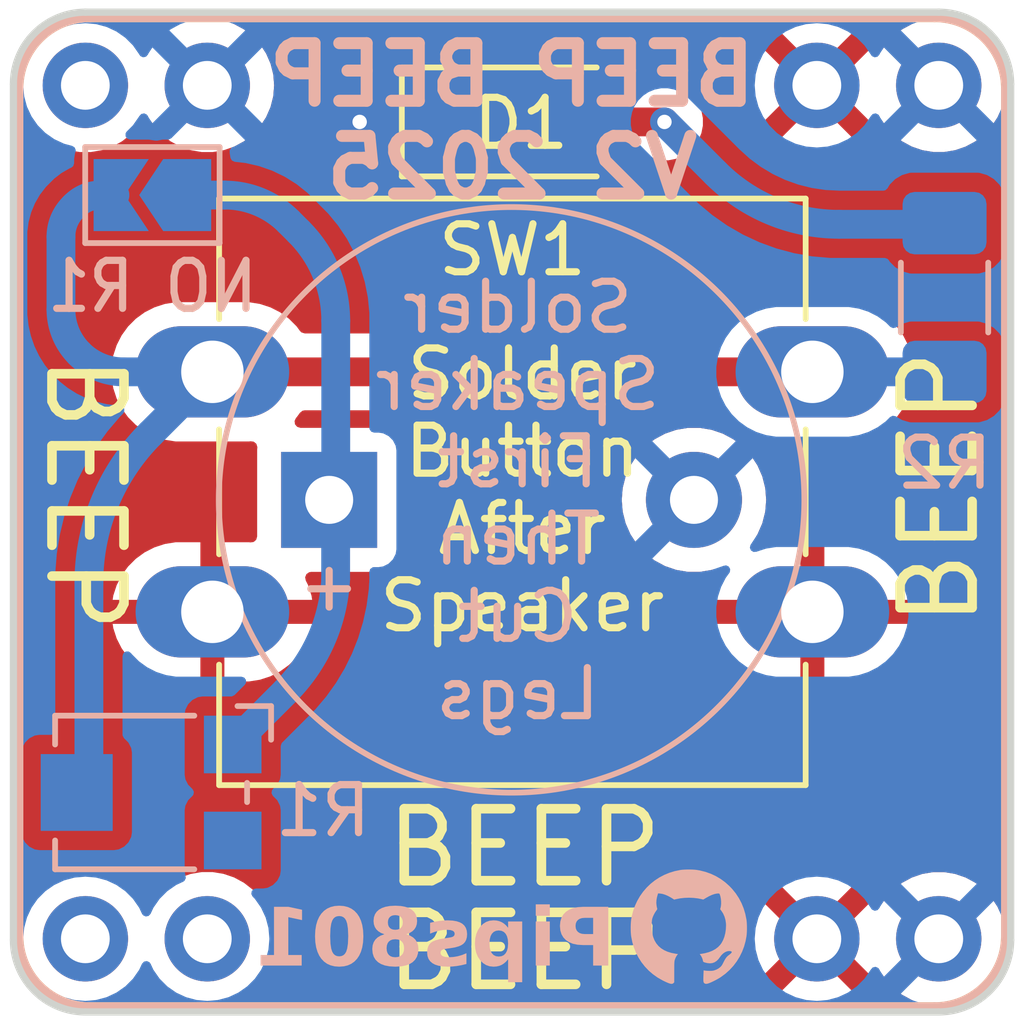
<source format=kicad_pcb>
(kicad_pcb (version 20240108) (generator "pcbnew") (generator_version "8.0")
  (title_block (rev "V2"))
  (layers (0 "F.Cu" signal) (31 "B.Cu" signal) (34 "B.Paste" user) (35 "F.Paste" user) (36 "B.SilkS" user "B.Silkscreen") (37 "F.SilkS" user "F.Silkscreen") (38 "B.Mask" user) (39 "F.Mask" user) (44 "Edge.Cuts" user))
  (net 0 "")
  (net 1 "GND-")
  (net 2 "Net-(D1-A)")
  (net 3 "Net-(JP1-B)")
  (net 4 "CLK")
  (net 6 "3V3+")
  (net 7 "5V+")
  (net 8 "Net-(JP1-A)")
  (footprint "minibadge_kicad:SAINTCON-Minibadge-Simple" (layer "F.Cu") (at 133.35 87.63)
    (property "Reference" "MB1" (hide yes))
    (property "Value" "Minibadge")
    (fp_line (start -0.2286 19.074) (end -0.2286 1.246) (stroke (width 0.15)) (layer "Edge.Cuts"))
    (fp_line (start 1.2714 -0.254) (end 19.0486 -0.254) (stroke (width 0.15)) (layer "Edge.Cuts"))
    (fp_line (start 19.0486 20.574) (end 1.2714 20.574) (stroke (width 0.15)) (layer "Edge.Cuts"))
    (fp_line (start 20.5486 1.246) (end 20.5486 19.074) (stroke (width 0.15)) (layer "Edge.Cuts"))
    (fp_arc (start -0.2286 1.246) (mid 0.21074 0.18534) (end 1.2714 -0.254) (stroke (width 0.15)) (layer "Edge.Cuts"))
    (fp_arc (start 1.2714 20.574) (mid 0.21074 20.13466) (end -0.2286 19.074) (stroke (width 0.15)) (layer "Edge.Cuts"))
    (fp_arc (start 19.0486 -0.254) (mid 20.10926 0.18534) (end 20.5486 1.246) (stroke (width 0.15)) (layer "Edge.Cuts"))
    (fp_arc (start 20.5486 19.074) (mid 20.10926 20.13466) (end 19.0486 20.574) (stroke (width 0.15)) (layer "Edge.Cuts"))
    (pad "1" thru_hole circle (at 1.27 1.27 90) (size 1.778 1.778) (drill 1.016) (layers "*.Cu" "*.Mask") (net 7 "5V+"))
    (pad "2" thru_hole circle (at 3.81 1.27 90) (size 1.778 1.778) (drill 1.016) (layers "*.Cu" "*.Mask") (net 1 "GND-"))
    (pad "7" thru_hole circle (at 16.51 1.27 90) (size 1.778 1.778) (drill 1.016) (layers "*.Cu" "*.Mask") (net 6 "3V3+"))
    (pad "8" thru_hole circle (at 19.05 1.27 90) (size 1.778 1.778) (drill 1.016) (layers "*.Cu" "*.Mask") (net 1 "GND-"))
    (pad "9" thru_hole circle (at 1.27 19.05 90) (size 1.778 1.778) (drill 1.016) (layers "*.Cu" "*.Mask") (net 4 "CLK"))
    (pad "10" thru_hole circle (at 3.81 19.05 90) (size 1.778 1.778) (drill 1.016) (layers "*.Cu" "*.Mask"))
    (pad "15" thru_hole circle (at 16.51 19.05 90) (size 1.778 1.778) (drill 1.016) (layers "*.Cu" "*.Mask") (net 6 "3V3+"))
    (pad "16" thru_hole circle (at 19.05 19.05 90) (size 1.778 1.778) (drill 1.016) (layers "*.Cu" "*.Mask") (net 1 "GND-"))
  )
  (footprint "LED_SMD:LED_1206_3216Metric_Pad1.42x1.75mm_HandSolder" (layer "F.Cu") (at 143.6735 89.662)
    (property "Reference" "D1" (at 0.023504 0.032491 0) (layer "F.SilkS"))
    (property "Value" "LED")
    (fp_line (start -2.46 -1.135) (end -2.46 1.135) (stroke (width 0.12)) (layer "F.SilkS"))
    (fp_line (start -2.46 1.135) (end 1.6 1.135) (stroke (width 0.12)) (layer "F.SilkS"))
    (fp_line (start 1.6 -1.135) (end -2.46 -1.135) (stroke (width 0.12)) (layer "F.SilkS"))
    (pad "1" smd roundrect (at -1.4875 0) (size 1.425 1.75) (layers "F.Cu" "F.Paste" "F.Mask") (roundrect_rratio 0.175439) (net 1 "GND-"))
    (pad "2" smd roundrect (at 1.4875 0) (size 1.425 1.75) (layers "F.Cu" "F.Paste" "F.Mask") (roundrect_rratio 0.175439) (net 2 "Net-(D1-A)"))
  )
  (footprint "Button_Switch_THT:SW_PUSH-12mm" (layer "F.Cu") (at 137.267 94.869)
    (property "Reference" "SW1" (at 6.25 -2.54 0) (layer "F.SilkS"))
    (property "Value" "SW_Push")
    (fp_line (start 0.14 -3.61) (end 0.14 -1.1) (stroke (width 0.12)) (layer "F.SilkS"))
    (fp_line (start 0.14 -3.61) (end 12.36 -3.61) (stroke (width 0.12)) (layer "F.SilkS"))
    (fp_line (start 0.14 1.2) (end 0.14 3.8) (stroke (width 0.12)) (layer "F.SilkS"))
    (fp_line (start 0.14 6.1) (end 0.14 8.61) (stroke (width 0.12)) (layer "F.SilkS"))
    (fp_line (start 12.36 -3.61) (end 12.36 -1.1) (stroke (width 0.12)) (layer "F.SilkS"))
    (fp_line (start 12.36 1.2) (end 12.36 3.8) (stroke (width 0.12)) (layer "F.SilkS"))
    (fp_line (start 12.36 6.1) (end 12.36 8.61) (stroke (width 0.12)) (layer "F.SilkS"))
    (fp_line (start 12.36 8.61) (end 0.14 8.61) (stroke (width 0.12)) (layer "F.SilkS"))
    (pad "1" thru_hole oval (at 0 0) (size 3.2 1.9) (drill 1.3) (layers "*.Cu" "*.Mask") (net 3 "Net-(JP1-B)"))
    (pad "1" thru_hole oval (at 12.5 0) (size 3.2 1.9) (drill 1.3) (layers "*.Cu" "*.Mask") (net 3 "Net-(JP1-B)"))
    (pad "2" thru_hole oval (at 0 5) (size 3.2 1.9) (drill 1.3) (layers "*.Cu" "*.Mask") (net 6 "3V3+"))
    (pad "2" thru_hole oval (at 12.5 5) (size 3.2 1.9) (drill 1.3) (layers "*.Cu" "*.Mask") (net 6 "3V3+"))
  )
  (footprint "clipboard:1beb9b84-f89b-432e-a3be-697aa46dcbc0" (layer "F.Cu") (at 153.462796 87.818193)
    (property "Reference" "" (at 0 0 0) (layer "F.SilkS") (effects (font (size 1.27 1.27))))
    (property "Value" "")
    (fp_line (start -20.233974 18.79952) (end -20.233974 1.1498) (stroke (width 0.2)) (layer "B.SilkS"))
    (fp_line (start -18.748974 -0.3352) (end -1.149546 -0.3352) (stroke (width 0.2)) (layer "B.SilkS"))
    (fp_line (start -1.149546 20.28452) (end -18.748974 20.28452) (stroke (width 0.2)) (layer "B.SilkS"))
    (fp_line (start 0.335454 1.1498) (end 0.335454 18.79952) (stroke (width 0.2)) (layer "B.SilkS"))
    (fp_arc (start -20.233974 1.1498) (mid -19.799019 0.099755) (end -18.748974 -0.3352) (stroke (width 0.2)) (layer "B.SilkS"))
    (fp_arc (start -18.748974 20.28452) (mid -19.799041 19.849587) (end -20.233974 18.79952) (stroke (width 0.2)) (layer "B.SilkS"))
    (fp_arc (start -1.149546 -0.3352) (mid -0.099515 0.099769) (end 0.335454 1.1498) (stroke (width 0.2)) (layer "B.SilkS"))
    (fp_arc (start 0.335454 18.79952) (mid -0.09949 19.849576) (end -1.149546 20.28452) (stroke (width 0.2)) (layer "B.SilkS"))
    (fp_line (start -20.233974 18.79952) (end -20.233974 1.1498) (stroke (width 0.2)) (layer "F.SilkS"))
    (fp_line (start -18.748974 -0.3352) (end -1.149546 -0.3352) (stroke (width 0.2)) (layer "F.SilkS"))
    (fp_line (start -1.149546 20.28452) (end -18.748974 20.28452) (stroke (width 0.2)) (layer "F.SilkS"))
    (fp_line (start 0.335454 1.1498) (end 0.335454 18.79952) (stroke (width 0.2)) (layer "F.SilkS"))
    (fp_arc (start -20.233974 1.1498) (mid -19.799027 0.099747) (end -18.748974 -0.3352) (stroke (width 0.2)) (layer "F.SilkS"))
    (fp_arc (start -18.748974 20.28452) (mid -19.799027 19.849573) (end -20.233974 18.79952) (stroke (width 0.2)) (layer "F.SilkS"))
    (fp_arc (start -1.149546 -0.3352) (mid -0.099493 0.099747) (end 0.335454 1.1498) (stroke (width 0.2)) (layer "F.SilkS"))
    (fp_arc (start 0.335454 18.79952) (mid -0.099493 19.849573) (end -1.149546 20.28452) (stroke (width 0.2)) (layer "F.SilkS"))
  )
  (footprint "Jumper:SolderJumper-2_P1.3mm_Open_TrianglePad1.0x1.5mm" (layer "B.Cu") (at 136.017 91.186 180)
    (property "Reference" "JP1")
    (property "Value" "Bypass")
    (fp_line (start 1.4 1) (end -1.4 1) (stroke (width 0.12)) (layer "B.SilkS"))
    (fp_line (start 1.4 -1) (end 1.4 1) (stroke (width 0.12)) (layer "B.SilkS"))
    (fp_line (start -1.4 1) (end -1.4 -1) (stroke (width 0.12)) (layer "B.SilkS"))
    (fp_line (start -1.4 -1) (end 1.4 -1) (stroke (width 0.12)) (layer "B.SilkS"))
    (pad "1" smd custom (at -0.725 0 180) (size 0.3 0.3) (layers "B.Cu" "B.Mask") (net 8 "Net-(JP1-A)") (options (clearance outline) (anchor rect)) (primitives (gr_poly (pts (xy 1 0) (xy 0.5 -0.75) (xy -0.5 -0.75) (xy -0.5 0.75) (xy 0.5 0.75)) (width 0) (fill yes))))
    (pad "2" smd custom (at 0.725 0 180) (size 0.3 0.3) (layers "B.Cu" "B.Mask") (net 3 "Net-(JP1-B)") (options (clearance outline) (anchor rect)) (primitives (gr_poly (pts (xy 0.5 -0.75) (xy -0.65 -0.75) (xy -0.15 0) (xy -0.65 0.75) (xy 0.5 0.75)) (width 0) (fill yes))))
  )
  (footprint "LOGO" (layer "B.Cu") (at 147.193 106.426 180)
    (property "Reference" "G***" (hide yes))
    (property "Value" "LOGO" (hide yes))
    (fp_poly (pts (xy 0.03566 1.189152) (xy 0.090424 1.187309) (xy 0.139925 1.183811) (xy 0.176287 1.179404) (xy 0.292981 1.155591) (xy 0.405002 1.121475) (xy 0.511867 1.077545) (xy 0.613093 1.024283) (xy 0.708202 0.962174) (xy 0.796708 0.891704) (xy 0.878131 0.813357) (xy 0.951986 0.727617) (xy 1.017799 0.634971) (xy 1.075078 0.535901) (xy 1.123348 0.430895) (xy 1.162126 0.320435) (xy 1.190929 0.205007) (xy 1.200988 0.148503) (xy 1.206137 0.104522) (xy 1.209511 0.052424) (xy 1.21111 -0.004471) (xy 1.210924 -0.062848) (xy 1.208956 -0.119381) (xy 1.205198 -0.170758) (xy 1.201381 -0.202712) (xy 1.178531 -0.320593) (xy 1.145254 -0.434074) (xy 1.10194 -0.54262) (xy 1.048979 -0.645697) (xy 0.986761 -0.742768) (xy 0.915673 -0.833302) (xy 0.83611 -0.91676) (xy 0.748457 -0.992608) (xy 0.653105 -1.060315) (xy 0.550447 -1.119343) (xy 0.523637 -1.132705) (xy 0.475078 -1.155607) (xy 0.43531 -1.172887) (xy 0.403141 -1.184783) (xy 0.377395 -1.191542) (xy 0.356879 -1.193411) (xy 0.340418 -1.19063) (xy 0.326821 -1.183444) (xy 0.317717 -1.175233) (xy 0.303775 -1.16038) (xy 0.303628 -0.945331) (xy 0.303532 -0.888158) (xy 0.303289 -0.841294) (xy 0.302851 -0.803477) (xy 0.302167 -0.773446) (xy 0.301186 -0.749939) (xy 0.299854 -0.731696) (xy 0.298123 -0.717455) (xy 0.295939 -0.705952) (xy 0.293552 -0.696919) (xy 0.279677 -0.658399) (xy 0.262363 -0.622705) (xy 0.243605 -0.593861) (xy 0.24049 -0.590015) (xy 0.225746 -0.572492) (xy 0.273187 -0.565555) (xy 0.362803 -0.54811) (xy 0.443533 -0.523264) (xy 0.515398 -0.490991) (xy 0.578423 -0.451262) (xy 0.632627 -0.404051) (xy 0.678035 -0.349331) (xy 0.714671 -0.287074) (xy 0.742555 -0.217249) (xy 0.76171 -0.139834) (xy 0.772159 -0.054797) (xy 0.773927 0.037883) (xy 0.773836 0.04115) (xy 0.771559 0.090596) (xy 0.767968 0.13049) (xy 0.763153 0.159974) (xy 0.761518 0.166526) (xy 0.747776 0.206343) (xy 0.728512 0.2492) (xy 0.706063 0.290423) (xy 0.682774 0.325341) (xy 0.680498 0.328293) (xy 0.665813 0.348872) (xy 0.657893 0.364133) (xy 0.657052 0.371687) (xy 0.663409 0.392963) (xy 0.669185 0.421643) (xy 0.673738 0.453558) (xy 0.67642 0.484542) (xy 0.676862 0.499598) (xy 0.673838 0.554579) (xy 0.664004 0.60983) (xy 0.652462 0.651846) (xy 0.64016 0.691658) (xy 0.596362 0.688419) (xy 0.546391 0.680261) (xy 0.491236 0.663086) (xy 0.432238 0.63743) (xy 0.370741 0.603831) (xy 0.344807 0.587687) (xy 0.30484 0.561909) (xy 0.26914 0.570878) (xy 0.182461 0.588159) (xy 0.089984 0.598424) (xy -0.005135 0.601658) (xy -0.099746 0.59783) (xy -0.190703 0.586928) (xy -0.253358 0.574394) (xy -0.301335 0.562916) (xy -0.359531 0.59807) (xy -0.421331 0.632534) (xy -0.479585 0.65928) (xy -0.533288 0.677939) (xy -0.581439 0.688142) (xy -0.60887 0.69006) (xy -0.625841 0.689445) (xy -0.635343 0.685953) (xy -0.64146 0.677339) (xy -0.644523 0.670404) (xy -0.658007 0.628599) (xy -0.6674 0.579599) (xy -0.672441 0.527124) (xy -0.672881 0.474902) (xy -0.66846 0.42665) (xy -0.663068 0.399974) (xy -0.653106 0.361487) (xy -0.676884 0.330543) (xy -0.714137 0.272916) (xy -0.743091 0.208508) (xy -0.763143 0.139185) (xy -0.773688 0.066809) (xy -0.775214 0.027513) (xy -0.771332 -0.056354) (xy -0.759711 -0.136366) (xy -0.740733 -0.211219) (xy -0.714779 -0.279619) (xy -0.682232 -0.340264) (xy -0.657062 -0.375736) (xy -0.610743 -0.424778) (xy -0.555113 -0.467348) (xy -0.490596 -0.503231) (xy -0.417615 -0.532216) (xy -0.336594 -0.554086) (xy -0.285287 -0.563549) (xy -0.226329 -0.572719) (xy -0.243071 -0.593642) (xy -0.259809 -0.619043) (xy -0.275246 -0.650281) (xy -0.287196 -0.68236) (xy -0.293187 -0.708008) (xy -0.296636 -0.724865) (xy -0.303038 -0.734572) (xy -0.315485 -0.741547) (xy -0.317109 -0.742234) (xy -0.33257 -0.747412) (xy -0.355088 -0.753428) (xy -0.380319 -0.759143) (xy -0.385581 -0.760204) (xy -0.439406 -0.765691) (xy -0.489444 -0.760253) (xy -0.535715 -0.743882) (xy -0.578231 -0.716572) (xy -0.617012 -0.678313) (xy -0.644847 -0.640604) (xy -0.679025 -0.5953) (xy -0.71663 -0.558745) (xy -0.756615 -0.531688) (xy -0.797924 -0.514874) (xy -0.829533 -0.509407) (xy -0.857954 -0.509756) (xy -0.879623 -0.514778) (xy -0.892739 -0.523949) (xy -0.89513 -0.528496) (xy -0.89282 -0.538157) (xy -0.882573 -0.552094) (xy -0.866217 -0.568363) (xy -0.84557 -0.585022) (xy -0.835562 -0.591997) (xy -0.80936 -0.61228) (xy -0.785454 -0.637408) (xy -0.762531 -0.669125) (xy -0.739277 -0.709183) (xy -0.722391 -0.742513) (xy -0.706002 -0.775096) (xy -0.692075 -0.799565) (xy -0.678858 -0.818584) (xy -0.66461 -0.834817) (xy -0.656844 -0.842441) (xy -0.618332 -0.872248) (xy -0.572819 -0.896671) (xy -0.524369 -0.913714) (xy -0.501611 -0.918631) (xy -0.473726 -0.921529) (xy -0.438519 -0.922556) (xy -0.40008 -0.921805) (xy -0.362495 -0.919366) (xy -0.329846 -0.915331) (xy -0.326324 -0.914719) (xy -0.308402 -0.911486) (xy -0.304311 -1.018775) (xy -0.302817 -1.063684) (xy -0.302288 -1.098592) (xy -0.30288 -1.125052) (xy -0.304755 -1.144609) (xy -0.308075 -1.158811) (xy -0.312998 -1.169203) (xy -0.319683 -1.177333) (xy -0.320822 -1.178429) (xy -0.338948 -1.189816) (xy -0.361634 -1.193297) (xy -0.390387 -1.188925) (xy -0.413673 -1.181674) (xy -0.450804 -1.166902) (xy -0.494268 -1.147204) (xy -0.540875 -1.124204) (xy -0.587424 -1.099541) (xy -0.630722 -1.074841) (xy -0.665358 -1.053209) (xy -0.760731 -0.983266) (xy -0.8481 -0.905216) (xy -0.927092 -0.819653) (xy -0.997332 -0.727166) (xy -1.05845 -0.628351) (xy -1.110071 -0.523801) (xy -1.151817 -0.414104) (xy -1.183323 -0.299858) (xy -1.201319 -0.202712) (xy -1.206488 -0.155869) (xy -1.209764 -0.101605) (xy -1.211151 -0.043333) (xy -1.210652 0.015525) (xy -1.20827 0.071555) (xy -1.204005 0.12134) (xy -1.201082 0.143381) (xy -1.177032 0.263637) (xy -1.142718 0.378605) (xy -1.098201 0.488171) (xy -1.043535 0.592223) (xy -0.978776 0.690651) (xy -0.903984 0.783341) (xy -0.844791 0.845636) (xy -0.757698 0.923412) (xy -0.663752 0.992064) (xy -0.563604 1.051263) (xy -0.457923 1.100684) (xy -0.347363 1.139997) (xy -0.232586 1.16888) (xy -0.169922 1.179899) (xy -0.127155 1.184717) (xy -0.076431 1.187861) (xy -0.021057 1.18934)) (fill solid) (layer "B.SilkS"))
  )
  (footprint "Resistor_SMD:R_1206_3216Metric_Pad1.30x1.75mm_HandSolder" (layer "B.Cu") (at 152.520702 93.320836 90)
    (property "Reference" "R2" (at -3.453164 0 0) (layer "B.SilkS") (effects (justify mirror)))
    (property "Value" "10~Ohm")
    (fp_line (start 0.727064 -0.91) (end -0.727064 -0.91) (stroke (width 0.12)) (layer "B.SilkS"))
    (fp_line (start 0.727064 0.91) (end -0.727064 0.91) (stroke (width 0.12)) (layer "B.SilkS"))
    (pad "1" smd roundrect (at -1.550001 0 90) (size 1.3 1.75) (layers "B.Cu" "B.Paste" "B.Mask") (roundrect_rratio 0.192308) (net 3 "Net-(JP1-B)"))
    (pad "2" smd roundrect (at 1.550001 0 90) (size 1.3 1.75) (layers "B.Cu" "B.Paste" "B.Mask") (roundrect_rratio 0.192308) (net 2 "Net-(D1-A)"))
  )
  (footprint "Potentiometer_SMD:Potentiometer_Bourns_TC33X_Vertical" (layer "B.Cu") (at 135.89 103.632 180)
    (property "Reference" "R1" (at -3.683 -0.381 0) (layer "B.SilkS") (effects (justify mirror)))
    (property "Value" "Variable" (hide yes))
    (fp_line (start 1.9 1.6) (end -1 1.6) (stroke (width 0.12)) (layer "B.SilkS"))
    (fp_line (start 1.9 1) (end 1.9 1.6) (stroke (width 0.12)) (layer "B.SilkS"))
    (fp_line (start 1.9 -1) (end 1.9 -1.6) (stroke (width 0.12)) (layer "B.SilkS"))
    (fp_line (start 1.9 -1.6) (end -1 -1.6) (stroke (width 0.12)) (layer "B.SilkS"))
    (fp_line (start -2.1 -0.2) (end -2.1 0.2) (stroke (width 0.12)) (layer "B.SilkS"))
    (fp_line (start -2.6 1.8) (end -1.9 1.8) (stroke (width 0.12)) (layer "B.SilkS"))
    (fp_line (start -2.6 1.1) (end -2.6 1.8) (stroke (width 0.12)) (layer "B.SilkS"))
    (pad "1" smd rect (at -1.8 1 180) (size 1.2 1.2) (layers "B.Cu" "B.Paste" "B.Mask") (net 8 "Net-(JP1-A)"))
    (pad "2" smd rect (at 1.45 0 180) (size 1.5 1.6) (layers "B.Cu" "B.Paste" "B.Mask") (net 3 "Net-(JP1-B)"))
    (pad "3" smd rect (at -1.8 -1 180) (size 1.2 1.2) (layers "B.Cu" "B.Paste" "B.Mask"))
  )
  (footprint "Buzzer_Beeper:Buzzer_12x9.5RM7.6" (layer "B.Cu") (at 139.7 97.536)
    (property "Reference" "SPK1" (hide yes))
    (property "Value" "Speaker")
    (fp_circle (center 3.8 0) (end 9.9 0) (stroke (width 0.12)) (fill none) (layer "B.SilkS"))
    (fp_text user "+" (at 0 1.778 0) (layer "B.SilkS") (effects (justify mirror)))
    (pad "1" thru_hole rect (at 0 0) (size 2 2) (drill 1) (layers "*.Cu" "*.Mask") (net 8 "Net-(JP1-A)"))
    (pad "2" thru_hole circle (at 7.6 0) (size 2 2) (drill 1) (layers "*.Cu" "*.Mask") (net 1 "GND-"))
  )
  (gr_text "NO R1" (at 136.017 93.091 0) (layer "B.SilkS") (effects (font (size 1 0.9)) (justify mirror)))
  (gr_text "BEEP BEEP\n${REVISION} 2025" (at 143.51 91.313 0) (layer "B.SilkS") (effects (font (size 1.2 1.2) (thickness 0.25) (bold yes)) (justify bottom mirror)))
  (gr_text "Solder\nSpeaker\nFirst\nThen\nCut\nLegs" (at 143.626054 102.160687 0) (layer "B.SilkS") (effects (font (size 1 1)) (justify bottom mirror)))
  (gr_text "Pips801" (at 145.669 107.442 0) (layer "B.SilkS") (effects (font (size 1.2 1.2) (thickness 0.3) (bold yes)) (justify left bottom mirror)))
  (gr_text "BEEP" (at 143.764 105.664 0) (layer "F.SilkS") (effects (font (size 1.5 1.5) (thickness 0.2)) (justify bottom)))
  (gr_text "BEEP" (at 133.731 97.409 -90) (layer "F.SilkS") (effects (font (size 1.5 1.5) (thickness 0.2)) (justify bottom)))
  (gr_text "BEEP" (at 153.289 97.282 90) (layer "F.SilkS") (effects (font (size 1.5 1.5) (thickness 0.2)) (justify bottom)))
  (gr_text "BEEP" (at 143.764 107.823 0) (layer "F.SilkS") (effects (font (size 1.5 1.5) (thickness 0.2)) (justify bottom)))
  (gr_text "Solder\nButton\nAfter\nSpeaker\n" (at 143.723002 100.33 0) (layer "F.SilkS") (effects (font (size 1 1)) (justify bottom)))
  (segment (start 140.335 89.662) (end 142.186 89.662) (width 0.6) (layer "F.Cu") (net 1))
  (segment (start 137.287 89.027) (end 137.16 88.9) (width 0.6) (layer "F.Cu") (net 1))
  (via (at 140.335 89.662) (size 0.5) (drill 0.3) (layers "F.Cu" "B.Cu") (net 1))
  (segment (start 146.685 89.662) (end 145.161 89.662) (width 0.6) (layer "F.Cu") (net 2))
  (via (at 146.685 89.662) (size 0.5) (drill 0.3) (layers "F.Cu" "B.Cu") (net 2))
  (segment (start 152.50862 91.782917) (end 152.520702 91.770835) (width 0.6) (layer "B.Cu") (net 2))
  (segment (start 147.751499 90.728499) (end 146.685 89.662) (width 0.6) (layer "B.Cu") (net 2))
  (segment (start 152.479451 91.794999) (end 150.326257 91.794999) (width 0.6) (layer "B.Cu") (net 2))
  (arc (start 147.751499 90.728499) (mid 148.932808 91.517824) (end 150.326257 91.794999) (width 0.6) (layer "B.Cu") (net 2))
  (arc (start 152.50862 91.782917) (mid 152.495237 91.791858) (end 152.479451 91.794999) (width 0.6) (layer "B.Cu") (net 2))
  (segment (start 149.767 94.869) (end 137.267 94.869) (width 0.6) (layer "F.Cu") (net 3))
  (segment (start 134.401823 91.404176) (end 134.366 91.44) (width 0.6) (layer "B.Cu") (net 3))
  (segment (start 135.412815 94.869) (end 137.267 94.869) (width 0.6) (layer "B.Cu") (net 3))
  (segment (start 134.694 103.198394) (end 134.694 99.261385) (width 0.6) (layer "B.Cu") (net 3))
  (segment (start 135.9805 96.1555) (end 137.267 94.869) (width 0.6) (layer "B.Cu") (net 3))
  (segment (start 134.567 103.505) (end 134.44 103.632) (width 0.6) (layer "B.Cu") (net 3))
  (segment (start 134.928548 91.186) (end 135.237097 91.186) (width 0.6) (layer "B.Cu") (net 3))
  (segment (start 152.517566 94.869) (end 149.767 94.869) (width 0.6) (layer "B.Cu") (net 3))
  (segment (start 137.267 94.869) (end 136.017 94.869) (width 0.6) (layer "B.Cu") (net 3))
  (segment (start 134.112 93.568184) (end 134.112 92.05321) (width 0.6) (layer "B.Cu") (net 3))
  (segment (start 152.519783 94.869918) (end 152.520702 94.870837) (width 0.6) (layer "B.Cu") (net 3))
  (arc (start 134.928548 91.186) (mid 134.643486 91.242702) (end 134.401823 91.404176) (width 0.6) (layer "B.Cu") (net 3))
  (arc (start 152.519783 94.869918) (mid 152.518765 94.869238) (end 152.517566 94.869) (width 0.6) (layer "B.Cu") (net 3))
  (arc (start 134.493 94.488) (mid 134.915014 94.769981) (end 135.412815 94.869) (width 0.6) (layer "B.Cu") (net 3))
  (arc (start 134.112 93.568184) (mid 134.211018 94.065984) (end 134.493 94.488) (width 0.6) (layer "B.Cu") (net 3))
  (arc (start 134.366 91.44) (mid 134.178012 91.721343) (end 134.112 92.05321) (width 0.6) (layer "B.Cu") (net 3))
  (arc (start 135.9805 96.1555) (mid 135.02835 97.580492) (end 134.694 99.261385) (width 0.6) (layer "B.Cu") (net 3))
  (arc (start 134.694 103.198394) (mid 134.660993 103.364328) (end 134.567 103.505) (width 0.6) (layer "B.Cu") (net 3))
  (segment (start 139.835024 97.671024) (end 139.7 97.536) (width 0.6) (layer "B.Cu") (net 8))
  (segment (start 137.69 102.632) (end 138.794371 101.527628) (width 0.6) (layer "B.Cu") (net 8))
  (segment (start 138.854896 91.737896) (end 139.07 91.953) (width 0.6) (layer "B.Cu") (net 8))
  (segment (start 139.837 93.804701) (end 139.837 97.302126) (width 0.6) (layer "B.Cu") (net 8))
  (segment (start 139.835024 99.185283) (end 139.835024 97.671024) (width 0.6) (layer "B.Cu") (net 8))
  (segment (start 139.7685 97.4675) (end 139.7 97.536) (width 0.6) (layer "B.Cu") (net 8))
  (segment (start 137.5225 91.186) (end 136.742 91.186) (width 0.6) (layer "B.Cu") (net 8))
  (arc (start 138.794371 101.527628) (mid 139.531598 100.453058) (end 139.835024 99.185283) (width 0.6) (layer "B.Cu") (net 8))
  (arc (start 139.07 91.953) (mid 139.637663 92.802567) (end 139.837 93.804701) (width 0.6) (layer "B.Cu") (net 8))
  (arc (start 138.854896 91.737896) (mid 138.243587 91.329433) (end 137.5225 91.186) (width 0.6) (layer "B.Cu") (net 8))
  (arc (start 139.837 97.302126) (mid 139.819197 97.391625) (end 139.7685 97.4675) (width 0.6) (layer "B.Cu") (net 8))
  (zone (net 6) (net_name "3V3+") (layer "F.Cu") (connect_pads (clearance 0.5)) (min_thickness 0.25) (fill yes (thermal_gap 0.5) (thermal_bridge_width 0.5))
    (polygon (pts (xy 132.842 87.122) (xy 154.051 87.122) (xy 154.051 108.458) (xy 132.842 108.458)))
  )
  (zone (net 1) (net_name "GND-") (layer "B.Cu") (connect_pads (clearance 0.4)) (min_thickness 0.2) (fill yes (thermal_gap 0.5) (thermal_bridge_width 0.5))
    (polygon (pts (xy 132.842 87.122) (xy 154.051 87.122) (xy 154.051 108.458) (xy 132.842 108.458)))
  )
)
</source>
